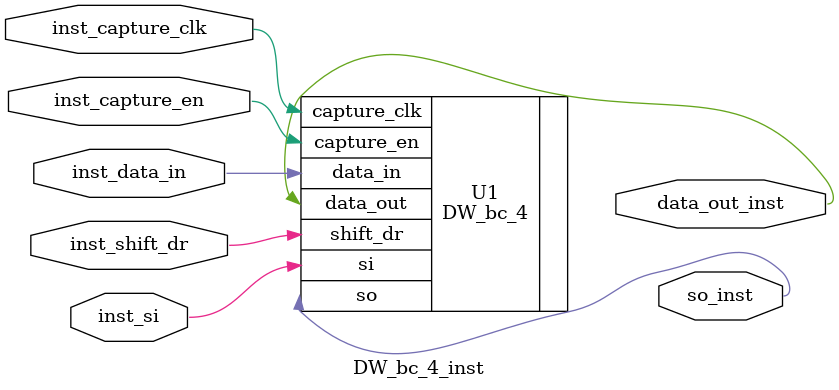
<source format=v>
module DW_bc_4_inst(inst_capture_clk, inst_capture_en, inst_shift_dr,
                    inst_si, inst_data_in, so_inst, data_out_inst );

  input inst_capture_clk;
  input inst_capture_en;
  input inst_shift_dr;
  input inst_si;
  input inst_data_in;
  output so_inst;
  output data_out_inst;

  // Instance of DW_bc_4
  DW_bc_4 
    U1 (.capture_clk(inst_capture_clk),   .capture_en(inst_capture_en),
        .shift_dr(inst_shift_dr),   .si(inst_si),   .data_in(inst_data_in),
        .so(so_inst),   .data_out(data_out_inst) );
endmodule


</source>
